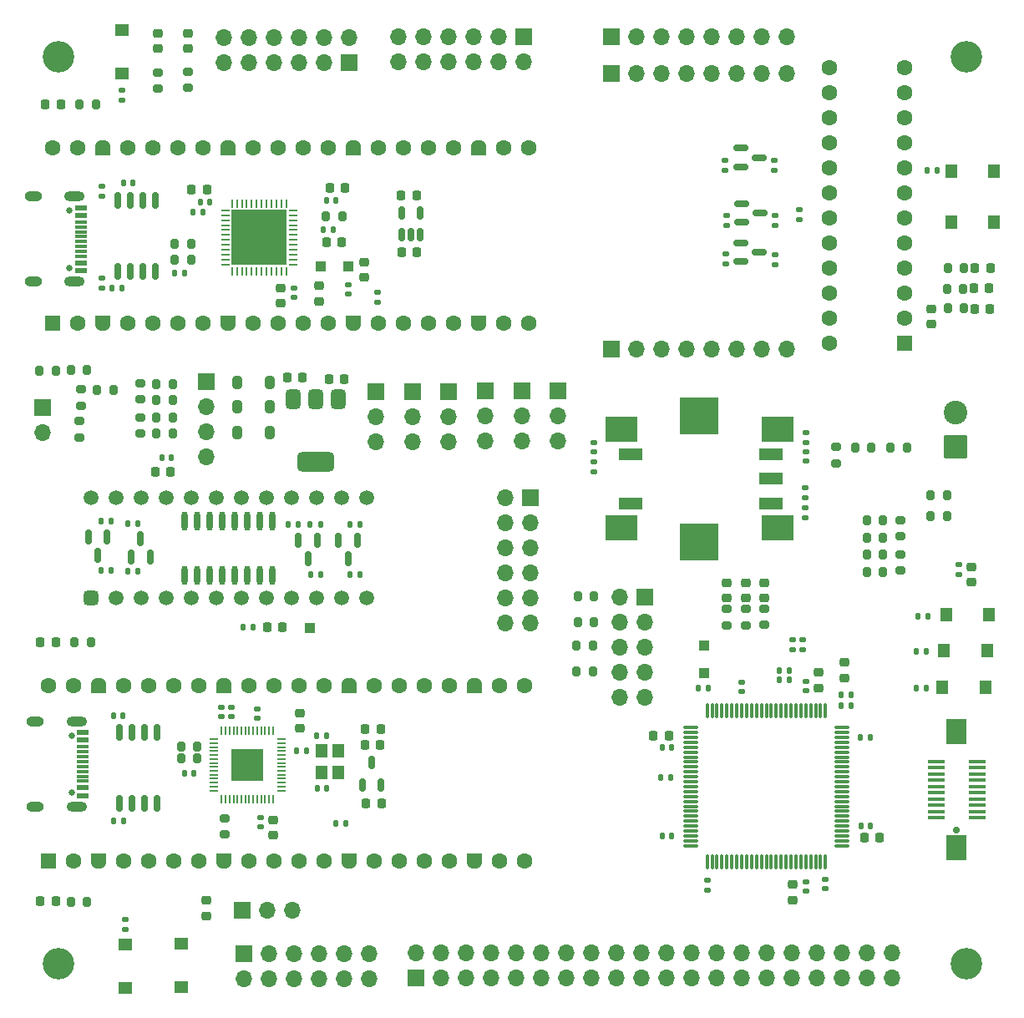
<source format=gbr>
%TF.GenerationSoftware,KiCad,Pcbnew,9.0.0*%
%TF.CreationDate,2025-06-09T15:05:36+02:00*%
%TF.ProjectId,stm32-fpga-bootloader,73746d33-322d-4667-9067-612d626f6f74,rev?*%
%TF.SameCoordinates,Original*%
%TF.FileFunction,Soldermask,Top*%
%TF.FilePolarity,Negative*%
%FSLAX46Y46*%
G04 Gerber Fmt 4.6, Leading zero omitted, Abs format (unit mm)*
G04 Created by KiCad (PCBNEW 9.0.0) date 2025-06-09 15:05:36*
%MOMM*%
%LPD*%
G01*
G04 APERTURE LIST*
G04 Aperture macros list*
%AMRoundRect*
0 Rectangle with rounded corners*
0 $1 Rounding radius*
0 $2 $3 $4 $5 $6 $7 $8 $9 X,Y pos of 4 corners*
0 Add a 4 corners polygon primitive as box body*
4,1,4,$2,$3,$4,$5,$6,$7,$8,$9,$2,$3,0*
0 Add four circle primitives for the rounded corners*
1,1,$1+$1,$2,$3*
1,1,$1+$1,$4,$5*
1,1,$1+$1,$6,$7*
1,1,$1+$1,$8,$9*
0 Add four rect primitives between the rounded corners*
20,1,$1+$1,$2,$3,$4,$5,0*
20,1,$1+$1,$4,$5,$6,$7,0*
20,1,$1+$1,$6,$7,$8,$9,0*
20,1,$1+$1,$8,$9,$2,$3,0*%
%AMFreePoly0*
4,1,37,0.603843,0.796157,0.639018,0.796157,0.711114,0.766294,0.766294,0.711114,0.796157,0.639018,0.796157,0.603843,0.800000,0.600000,0.800000,-0.600000,0.796157,-0.603843,0.796157,-0.639018,0.766294,-0.711114,0.711114,-0.766294,0.639018,-0.796157,0.603843,-0.796157,0.600000,-0.800000,0.000000,-0.800000,0.000000,-0.796148,-0.078414,-0.796148,-0.232228,-0.765552,-0.377117,-0.705537,
-0.507515,-0.618408,-0.618408,-0.507515,-0.705537,-0.377117,-0.765552,-0.232228,-0.796148,-0.078414,-0.796148,0.078414,-0.765552,0.232228,-0.705537,0.377117,-0.618408,0.507515,-0.507515,0.618408,-0.377117,0.705537,-0.232228,0.765552,-0.078414,0.796148,0.000000,0.796148,0.000000,0.800000,0.600000,0.800000,0.603843,0.796157,0.603843,0.796157,$1*%
%AMFreePoly1*
4,1,37,0.000000,0.796148,0.078414,0.796148,0.232228,0.765552,0.377117,0.705537,0.507515,0.618408,0.618408,0.507515,0.705537,0.377117,0.765552,0.232228,0.796148,0.078414,0.796148,-0.078414,0.765552,-0.232228,0.705537,-0.377117,0.618408,-0.507515,0.507515,-0.618408,0.377117,-0.705537,0.232228,-0.765552,0.078414,-0.796148,0.000000,-0.796148,0.000000,-0.800000,-0.600000,-0.800000,
-0.603843,-0.796157,-0.639018,-0.796157,-0.711114,-0.766294,-0.766294,-0.711114,-0.796157,-0.639018,-0.796157,-0.603843,-0.800000,-0.600000,-0.800000,0.600000,-0.796157,0.603843,-0.796157,0.639018,-0.766294,0.711114,-0.711114,0.766294,-0.639018,0.796157,-0.603843,0.796157,-0.600000,0.800000,0.000000,0.800000,0.000000,0.796148,0.000000,0.796148,$1*%
G04 Aperture macros list end*
%ADD10RoundRect,0.200000X0.275000X-0.200000X0.275000X0.200000X-0.275000X0.200000X-0.275000X-0.200000X0*%
%ADD11RoundRect,0.200000X-0.200000X-0.275000X0.200000X-0.275000X0.200000X0.275000X-0.200000X0.275000X0*%
%ADD12RoundRect,0.200000X0.200000X0.275000X-0.200000X0.275000X-0.200000X-0.275000X0.200000X-0.275000X0*%
%ADD13RoundRect,0.200000X-0.275000X0.200000X-0.275000X-0.200000X0.275000X-0.200000X0.275000X0.200000X0*%
%ADD14RoundRect,0.135000X-0.185000X0.135000X-0.185000X-0.135000X0.185000X-0.135000X0.185000X0.135000X0*%
%ADD15RoundRect,0.075000X-0.662500X-0.075000X0.662500X-0.075000X0.662500X0.075000X-0.662500X0.075000X0*%
%ADD16RoundRect,0.075000X-0.075000X-0.662500X0.075000X-0.662500X0.075000X0.662500X-0.075000X0.662500X0*%
%ADD17RoundRect,0.140000X0.170000X-0.140000X0.170000X0.140000X-0.170000X0.140000X-0.170000X-0.140000X0*%
%ADD18R,1.360000X1.230000*%
%ADD19RoundRect,0.135000X-0.135000X-0.185000X0.135000X-0.185000X0.135000X0.185000X-0.135000X0.185000X0*%
%ADD20RoundRect,0.250000X0.300000X-0.300000X0.300000X0.300000X-0.300000X0.300000X-0.300000X-0.300000X0*%
%ADD21R,1.230000X1.360000*%
%ADD22RoundRect,0.140000X-0.140000X-0.170000X0.140000X-0.170000X0.140000X0.170000X-0.140000X0.170000X0*%
%ADD23RoundRect,0.250001X0.949999X-0.949999X0.949999X0.949999X-0.949999X0.949999X-0.949999X-0.949999X0*%
%ADD24C,2.400000*%
%ADD25RoundRect,0.135000X0.135000X0.185000X-0.135000X0.185000X-0.135000X-0.185000X0.135000X-0.185000X0*%
%ADD26RoundRect,0.135000X0.185000X-0.135000X0.185000X0.135000X-0.185000X0.135000X-0.185000X-0.135000X0*%
%ADD27RoundRect,0.218750X-0.256250X0.218750X-0.256250X-0.218750X0.256250X-0.218750X0.256250X0.218750X0*%
%ADD28RoundRect,0.375000X0.375000X-0.375000X0.375000X0.375000X-0.375000X0.375000X-0.375000X-0.375000X0*%
%ADD29C,1.500000*%
%ADD30RoundRect,0.225000X-0.250000X0.225000X-0.250000X-0.225000X0.250000X-0.225000X0.250000X0.225000X0*%
%ADD31RoundRect,0.218750X0.218750X0.256250X-0.218750X0.256250X-0.218750X-0.256250X0.218750X-0.256250X0*%
%ADD32RoundRect,0.150000X-0.587500X-0.150000X0.587500X-0.150000X0.587500X0.150000X-0.587500X0.150000X0*%
%ADD33R,3.200000X2.500000*%
%ADD34R,4.000000X3.750000*%
%ADD35R,2.400000X1.300000*%
%ADD36RoundRect,0.140000X0.140000X0.170000X-0.140000X0.170000X-0.140000X-0.170000X0.140000X-0.170000X0*%
%ADD37RoundRect,0.225000X0.225000X0.250000X-0.225000X0.250000X-0.225000X-0.250000X0.225000X-0.250000X0*%
%ADD38RoundRect,0.140000X-0.170000X0.140000X-0.170000X-0.140000X0.170000X-0.140000X0.170000X0.140000X0*%
%ADD39RoundRect,0.200000X0.600000X-0.600000X0.600000X0.600000X-0.600000X0.600000X-0.600000X-0.600000X0*%
%ADD40C,1.600000*%
%ADD41FreePoly0,90.000000*%
%ADD42FreePoly1,90.000000*%
%ADD43RoundRect,0.150000X0.150000X-0.512500X0.150000X0.512500X-0.150000X0.512500X-0.150000X-0.512500X0*%
%ADD44RoundRect,0.218750X-0.218750X-0.256250X0.218750X-0.256250X0.218750X0.256250X-0.218750X0.256250X0*%
%ADD45RoundRect,0.244000X0.244000X0.394000X-0.244000X0.394000X-0.244000X-0.394000X0.244000X-0.394000X0*%
%ADD46RoundRect,0.250000X-0.300000X-0.300000X0.300000X-0.300000X0.300000X0.300000X-0.300000X0.300000X0*%
%ADD47RoundRect,0.225000X0.250000X-0.225000X0.250000X0.225000X-0.250000X0.225000X-0.250000X-0.225000X0*%
%ADD48R,1.700000X1.700000*%
%ADD49O,1.700000X1.700000*%
%ADD50RoundRect,0.050000X0.050000X-0.387500X0.050000X0.387500X-0.050000X0.387500X-0.050000X-0.387500X0*%
%ADD51RoundRect,0.050000X0.387500X-0.050000X0.387500X0.050000X-0.387500X0.050000X-0.387500X-0.050000X0*%
%ADD52R,3.200000X3.200000*%
%ADD53C,0.650000*%
%ADD54R,1.240000X0.600000*%
%ADD55R,1.240000X0.300000*%
%ADD56O,2.100000X1.000000*%
%ADD57O,1.800000X1.000000*%
%ADD58RoundRect,0.225000X-0.225000X-0.250000X0.225000X-0.250000X0.225000X0.250000X-0.225000X0.250000X0*%
%ADD59R,1.200000X1.400000*%
%ADD60R,1.000000X1.000000*%
%ADD61RoundRect,0.062500X-0.375000X-0.062500X0.375000X-0.062500X0.375000X0.062500X-0.375000X0.062500X0*%
%ADD62RoundRect,0.062500X-0.062500X-0.375000X0.062500X-0.375000X0.062500X0.375000X-0.062500X0.375000X0*%
%ADD63R,5.600000X5.600000*%
%ADD64C,0.700000*%
%ADD65R,1.800000X0.350000*%
%ADD66R,2.000000X2.500000*%
%ADD67C,3.200000*%
%ADD68RoundRect,0.162500X0.162500X-0.650000X0.162500X0.650000X-0.162500X0.650000X-0.162500X-0.650000X0*%
%ADD69RoundRect,0.150000X-0.150000X0.587500X-0.150000X-0.587500X0.150000X-0.587500X0.150000X0.587500X0*%
%ADD70RoundRect,0.218750X0.256250X-0.218750X0.256250X0.218750X-0.256250X0.218750X-0.256250X-0.218750X0*%
%ADD71RoundRect,0.150000X0.150000X-0.587500X0.150000X0.587500X-0.150000X0.587500X-0.150000X-0.587500X0*%
%ADD72RoundRect,0.250000X0.550000X0.550000X-0.550000X0.550000X-0.550000X-0.550000X0.550000X-0.550000X0*%
%ADD73RoundRect,0.375000X-0.375000X0.625000X-0.375000X-0.625000X0.375000X-0.625000X0.375000X0.625000X0*%
%ADD74RoundRect,0.500000X-1.400000X0.500000X-1.400000X-0.500000X1.400000X-0.500000X1.400000X0.500000X0*%
%ADD75O,0.600000X1.970000*%
G04 APERTURE END LIST*
D10*
%TO.C,R86*%
X189105000Y-91800000D03*
X189105000Y-90150000D03*
%TD*%
D11*
%TO.C,R45*%
X144680000Y-50385000D03*
X146330000Y-50385000D03*
%TD*%
D10*
%TO.C,R41*%
X127605000Y-37410000D03*
X127605000Y-35760000D03*
%TD*%
%TO.C,R40*%
X130705000Y-37360000D03*
X130705000Y-35710000D03*
%TD*%
D12*
%TO.C,R39*%
X121330000Y-38985000D03*
X119680000Y-38985000D03*
%TD*%
D11*
%TO.C,R22*%
X129330000Y-54785000D03*
X130980000Y-54785000D03*
%TD*%
%TO.C,R21*%
X129330000Y-53185000D03*
X130980000Y-53185000D03*
%TD*%
D10*
%TO.C,R15*%
X185305000Y-91810000D03*
X185305000Y-90160000D03*
%TD*%
%TO.C,R14*%
X187205000Y-91810000D03*
X187205000Y-90160000D03*
%TD*%
D13*
%TO.C,R13*%
X134405000Y-111370000D03*
X134405000Y-113020000D03*
%TD*%
D11*
%TO.C,R11*%
X207680000Y-59705000D03*
X209330000Y-59705000D03*
%TD*%
%TO.C,R8*%
X207632500Y-57705000D03*
X209282500Y-57705000D03*
%TD*%
%TO.C,R7*%
X207692500Y-55585000D03*
X209342500Y-55585000D03*
%TD*%
D12*
%TO.C,R6*%
X120817500Y-93585000D03*
X119167500Y-93585000D03*
%TD*%
%TO.C,R5*%
X120427500Y-119885000D03*
X118777500Y-119885000D03*
%TD*%
D11*
%TO.C,R2*%
X129980000Y-105285000D03*
X131630000Y-105285000D03*
%TD*%
%TO.C,R1*%
X129980000Y-104085000D03*
X131630000Y-104085000D03*
%TD*%
D14*
%TO.C,R48*%
X185205000Y-54210000D03*
X185205000Y-55230000D03*
%TD*%
D15*
%TO.C,U9*%
X181642500Y-102185000D03*
X181642500Y-102685000D03*
X181642500Y-103185000D03*
X181642500Y-103685000D03*
X181642500Y-104185000D03*
X181642500Y-104685000D03*
X181642500Y-105185000D03*
X181642500Y-105685000D03*
X181642500Y-106185000D03*
X181642500Y-106685000D03*
X181642500Y-107185000D03*
X181642500Y-107685000D03*
X181642500Y-108185000D03*
X181642500Y-108685000D03*
X181642500Y-109185000D03*
X181642500Y-109685000D03*
X181642500Y-110185000D03*
X181642500Y-110685000D03*
X181642500Y-111185000D03*
X181642500Y-111685000D03*
X181642500Y-112185000D03*
X181642500Y-112685000D03*
X181642500Y-113185000D03*
X181642500Y-113685000D03*
X181642500Y-114185000D03*
D16*
X183305000Y-115847500D03*
X183805000Y-115847500D03*
X184305000Y-115847500D03*
X184805000Y-115847500D03*
X185305000Y-115847500D03*
X185805000Y-115847500D03*
X186305000Y-115847500D03*
X186805000Y-115847500D03*
X187305000Y-115847500D03*
X187805000Y-115847500D03*
X188305000Y-115847500D03*
X188805000Y-115847500D03*
X189305000Y-115847500D03*
X189805000Y-115847500D03*
X190305000Y-115847500D03*
X190805000Y-115847500D03*
X191305000Y-115847500D03*
X191805000Y-115847500D03*
X192305000Y-115847500D03*
X192805000Y-115847500D03*
X193305000Y-115847500D03*
X193805000Y-115847500D03*
X194305000Y-115847500D03*
X194805000Y-115847500D03*
X195305000Y-115847500D03*
D15*
X196967500Y-114185000D03*
X196967500Y-113685000D03*
X196967500Y-113185000D03*
X196967500Y-112685000D03*
X196967500Y-112185000D03*
X196967500Y-111685000D03*
X196967500Y-111185000D03*
X196967500Y-110685000D03*
X196967500Y-110185000D03*
X196967500Y-109685000D03*
X196967500Y-109185000D03*
X196967500Y-108685000D03*
X196967500Y-108185000D03*
X196967500Y-107685000D03*
X196967500Y-107185000D03*
X196967500Y-106685000D03*
X196967500Y-106185000D03*
X196967500Y-105685000D03*
X196967500Y-105185000D03*
X196967500Y-104685000D03*
X196967500Y-104185000D03*
X196967500Y-103685000D03*
X196967500Y-103185000D03*
X196967500Y-102685000D03*
X196967500Y-102185000D03*
D16*
X195305000Y-100522500D03*
X194805000Y-100522500D03*
X194305000Y-100522500D03*
X193805000Y-100522500D03*
X193305000Y-100522500D03*
X192805000Y-100522500D03*
X192305000Y-100522500D03*
X191805000Y-100522500D03*
X191305000Y-100522500D03*
X190805000Y-100522500D03*
X190305000Y-100522500D03*
X189805000Y-100522500D03*
X189305000Y-100522500D03*
X188805000Y-100522500D03*
X188305000Y-100522500D03*
X187805000Y-100522500D03*
X187305000Y-100522500D03*
X186805000Y-100522500D03*
X186305000Y-100522500D03*
X185805000Y-100522500D03*
X185305000Y-100522500D03*
X184805000Y-100522500D03*
X184305000Y-100522500D03*
X183805000Y-100522500D03*
X183305000Y-100522500D03*
%TD*%
D17*
%TO.C,C46*%
X135055000Y-101065000D03*
X135055000Y-100105000D03*
%TD*%
D18*
%TO.C,SW1*%
X130005000Y-124100000D03*
X130005000Y-128470000D03*
%TD*%
D19*
%TO.C,R20*%
X129345000Y-56085000D03*
X130365000Y-56085000D03*
%TD*%
D20*
%TO.C,D10*%
X183005000Y-96685000D03*
X183005000Y-93885000D03*
%TD*%
D21*
%TO.C,SW6*%
X211890000Y-90785000D03*
X207520000Y-90785000D03*
%TD*%
D22*
%TO.C,C23*%
X144725000Y-48785000D03*
X145685000Y-48785000D03*
%TD*%
D23*
%TO.C,J6*%
X208472500Y-73735000D03*
D24*
X208472500Y-70235000D03*
%TD*%
D25*
%TO.C,R53*%
X197915000Y-99985000D03*
X196895000Y-99985000D03*
%TD*%
D10*
%TO.C,R25*%
X196405000Y-75410000D03*
X196405000Y-73760000D03*
%TD*%
D26*
%TO.C,R49*%
X190105000Y-45695000D03*
X190105000Y-44675000D03*
%TD*%
D14*
%TO.C,R55*%
X193005000Y-93275000D03*
X193005000Y-94295000D03*
%TD*%
D27*
%TO.C,D14*%
X185305000Y-87497500D03*
X185305000Y-89072500D03*
%TD*%
D28*
%TO.C,U12*%
X120835000Y-89085000D03*
D29*
X123375000Y-89085000D03*
X125915000Y-89085000D03*
X128455000Y-89085000D03*
X130995000Y-89085000D03*
X133535000Y-89085000D03*
X136075000Y-89085000D03*
X138615000Y-89085000D03*
X141155000Y-89085000D03*
X143695000Y-89085000D03*
X146235000Y-89085000D03*
X148775000Y-89085000D03*
X148775000Y-78925000D03*
X146235000Y-78925000D03*
X143695000Y-78925000D03*
X141155000Y-78925000D03*
X138615000Y-78925000D03*
X136075000Y-78925000D03*
X133535000Y-78925000D03*
X130995000Y-78925000D03*
X128455000Y-78925000D03*
X125915000Y-78925000D03*
X123375000Y-78925000D03*
X120835000Y-78925000D03*
%TD*%
D30*
%TO.C,C31*%
X144005000Y-57410000D03*
X144005000Y-58960000D03*
%TD*%
D11*
%TO.C,R27*%
X205980000Y-80765000D03*
X207630000Y-80765000D03*
%TD*%
D31*
%TO.C,D1*%
X212005000Y-55585000D03*
X210430000Y-55585000D03*
%TD*%
D12*
%TO.C,R24*%
X199930000Y-73785000D03*
X198280000Y-73785000D03*
%TD*%
D14*
%TO.C,R42*%
X121930000Y-47320000D03*
X121930000Y-48340000D03*
%TD*%
D26*
%TO.C,R52*%
X192635000Y-50695000D03*
X192635000Y-49675000D03*
%TD*%
D32*
%TO.C,Q2*%
X186835000Y-49065000D03*
X186835000Y-50965000D03*
X188710000Y-50015000D03*
%TD*%
D17*
%TO.C,C17*%
X171805000Y-74265000D03*
X171805000Y-73305000D03*
%TD*%
D14*
%TO.C,R28*%
X193305000Y-72265000D03*
X193305000Y-73285000D03*
%TD*%
D17*
%TO.C,C43*%
X195305000Y-118545000D03*
X195305000Y-117585000D03*
%TD*%
D12*
%TO.C,R83*%
X129130000Y-72385000D03*
X127480000Y-72385000D03*
%TD*%
D31*
%TO.C,D3*%
X211992500Y-59785000D03*
X210417500Y-59785000D03*
%TD*%
D11*
%TO.C,R26*%
X205980000Y-78665000D03*
X207630000Y-78665000D03*
%TD*%
D27*
%TO.C,D13*%
X187205000Y-87510000D03*
X187205000Y-89085000D03*
%TD*%
D33*
%TO.C,R32*%
X190405000Y-81985000D03*
X190405000Y-71985000D03*
D34*
X182505000Y-70610000D03*
D33*
X174605000Y-71985000D03*
X174605000Y-81985000D03*
D34*
X182505000Y-83360000D03*
D35*
X189805000Y-79485000D03*
X189805000Y-74485000D03*
X189805000Y-76985000D03*
X175505000Y-79485000D03*
X175505000Y-74485000D03*
%TD*%
D36*
%TO.C,C39*%
X179685000Y-113185000D03*
X178725000Y-113185000D03*
%TD*%
D30*
%TO.C,C18*%
X140105000Y-57660000D03*
X140105000Y-59210000D03*
%TD*%
D26*
%TO.C,R51*%
X190205000Y-55295000D03*
X190205000Y-54275000D03*
%TD*%
D25*
%TO.C,R4*%
X142715000Y-104585000D03*
X141695000Y-104585000D03*
%TD*%
D21*
%TO.C,SW4*%
X212390000Y-50985000D03*
X208020000Y-50985000D03*
%TD*%
D11*
%TO.C,R62*%
X170070000Y-96515000D03*
X171720000Y-96515000D03*
%TD*%
D37*
%TO.C,C3*%
X150205000Y-102385000D03*
X148655000Y-102385000D03*
%TD*%
D38*
%TO.C,C38*%
X183305000Y-117705000D03*
X183305000Y-118665000D03*
%TD*%
D31*
%TO.C,FB1*%
X200792500Y-113385000D03*
X199217500Y-113385000D03*
%TD*%
D10*
%TO.C,R75*%
X119805000Y-69560000D03*
X119805000Y-67910000D03*
%TD*%
D39*
%TO.C,A2*%
X116495000Y-115715000D03*
D40*
X119035000Y-115715000D03*
D41*
X121575000Y-115715000D03*
D40*
X124115000Y-115715000D03*
X126655000Y-115715000D03*
X129195000Y-115715000D03*
X131735000Y-115715000D03*
D41*
X134275000Y-115715000D03*
D40*
X136815000Y-115715000D03*
X139355000Y-115715000D03*
X141895000Y-115715000D03*
X144435000Y-115715000D03*
D41*
X146975000Y-115715000D03*
D40*
X149515000Y-115715000D03*
X152055000Y-115715000D03*
X154595000Y-115715000D03*
X157135000Y-115715000D03*
D41*
X159675000Y-115715000D03*
D40*
X162215000Y-115715000D03*
X164755000Y-115715000D03*
X164755000Y-97935000D03*
X162215000Y-97935000D03*
D42*
X159675000Y-97935000D03*
D40*
X157135000Y-97935000D03*
X154595000Y-97935000D03*
X152055000Y-97935000D03*
X149515000Y-97935000D03*
D42*
X146975000Y-97935000D03*
D40*
X144435000Y-97935000D03*
X141895000Y-97935000D03*
X139355000Y-97935000D03*
X136815000Y-97935000D03*
D42*
X134275000Y-97935000D03*
D40*
X131735000Y-97935000D03*
X129195000Y-97935000D03*
X126655000Y-97935000D03*
X124115000Y-97935000D03*
D42*
X121575000Y-97935000D03*
D40*
X119035000Y-97935000D03*
X116495000Y-97935000D03*
%TD*%
D10*
%TO.C,R30*%
X202905000Y-82790000D03*
X202905000Y-81140000D03*
%TD*%
D43*
%TO.C,U1001*%
X148355000Y-108022500D03*
X150255000Y-108022500D03*
X149305000Y-105747500D03*
%TD*%
D38*
%TO.C,C13*%
X193305000Y-74205000D03*
X193305000Y-75165000D03*
%TD*%
D19*
%TO.C,R3*%
X123095000Y-111685000D03*
X124115000Y-111685000D03*
%TD*%
D38*
%TO.C,C20*%
X141455000Y-57605000D03*
X141455000Y-58565000D03*
%TD*%
D25*
%TO.C,R65*%
X122845000Y-86285000D03*
X121825000Y-86285000D03*
%TD*%
D27*
%TO.C,D7*%
X127605000Y-31797500D03*
X127605000Y-33372500D03*
%TD*%
%TO.C,FB2*%
X194605000Y-96610000D03*
X194605000Y-98185000D03*
%TD*%
D38*
%TO.C,C15*%
X208805000Y-85685000D03*
X208805000Y-86645000D03*
%TD*%
D10*
%TO.C,R79*%
X125805000Y-72385000D03*
X125805000Y-70735000D03*
%TD*%
D38*
%TO.C,C8*%
X138005000Y-111305000D03*
X138005000Y-112265000D03*
%TD*%
D17*
%TO.C,C44*%
X137692500Y-101285000D03*
X137692500Y-100325000D03*
%TD*%
D44*
%TO.C,FB4*%
X177830000Y-102985000D03*
X179405000Y-102985000D03*
%TD*%
D45*
%TO.C,D1004*%
X138955000Y-69685000D03*
X135655000Y-69685000D03*
%TD*%
D46*
%TO.C,D8*%
X144105000Y-55485000D03*
X146905000Y-55485000D03*
%TD*%
D47*
%TO.C,C32*%
X206005000Y-61285000D03*
X206005000Y-59735000D03*
%TD*%
D39*
%TO.C,A1*%
X116925000Y-61165000D03*
D40*
X119465000Y-61165000D03*
D41*
X122005000Y-61165000D03*
D40*
X124545000Y-61165000D03*
X127085000Y-61165000D03*
X129625000Y-61165000D03*
X132165000Y-61165000D03*
D41*
X134705000Y-61165000D03*
D40*
X137245000Y-61165000D03*
X139785000Y-61165000D03*
X142325000Y-61165000D03*
X144865000Y-61165000D03*
D41*
X147405000Y-61165000D03*
D40*
X149945000Y-61165000D03*
X152485000Y-61165000D03*
X155025000Y-61165000D03*
X157565000Y-61165000D03*
D41*
X160105000Y-61165000D03*
D40*
X162645000Y-61165000D03*
X165185000Y-61165000D03*
X165185000Y-43385000D03*
X162645000Y-43385000D03*
D42*
X160105000Y-43385000D03*
D40*
X157565000Y-43385000D03*
X155025000Y-43385000D03*
X152485000Y-43385000D03*
X149945000Y-43385000D03*
D42*
X147405000Y-43385000D03*
D40*
X144865000Y-43385000D03*
X142325000Y-43385000D03*
X139785000Y-43385000D03*
X137245000Y-43385000D03*
D42*
X134705000Y-43385000D03*
D40*
X132165000Y-43385000D03*
X129625000Y-43385000D03*
X127085000Y-43385000D03*
X124545000Y-43385000D03*
D42*
X122005000Y-43385000D03*
D40*
X119465000Y-43385000D03*
X116925000Y-43385000D03*
%TD*%
D25*
%TO.C,R71*%
X148145000Y-86685000D03*
X147125000Y-86685000D03*
%TD*%
D48*
%TO.C,J12*%
X136345000Y-125145000D03*
D49*
X136345000Y-127685000D03*
X138885000Y-125145000D03*
X138885000Y-127685000D03*
X141425000Y-125145000D03*
X141425000Y-127685000D03*
X143965000Y-125145000D03*
X143965000Y-127685000D03*
X146505000Y-125145000D03*
X146505000Y-127685000D03*
X149045000Y-125145000D03*
X149045000Y-127685000D03*
%TD*%
D37*
%TO.C,C49*%
X128880000Y-76285000D03*
X127330000Y-76285000D03*
%TD*%
D36*
%TO.C,C5*%
X144765000Y-108385000D03*
X143805000Y-108385000D03*
%TD*%
D25*
%TO.C,R63*%
X137305000Y-91985000D03*
X136285000Y-91985000D03*
%TD*%
D14*
%TO.C,R46*%
X185105000Y-44665000D03*
X185105000Y-45685000D03*
%TD*%
D38*
%TO.C,C40*%
X193305000Y-117825000D03*
X193305000Y-118785000D03*
%TD*%
D11*
%TO.C,R60*%
X170180000Y-91485000D03*
X171830000Y-91485000D03*
%TD*%
D50*
%TO.C,U10*%
X134092500Y-109422500D03*
X134492500Y-109422500D03*
X134892500Y-109422500D03*
X135292500Y-109422500D03*
X135692500Y-109422500D03*
X136092500Y-109422500D03*
X136492500Y-109422500D03*
X136892500Y-109422500D03*
X137292500Y-109422500D03*
X137692500Y-109422500D03*
X138092500Y-109422500D03*
X138492500Y-109422500D03*
X138892500Y-109422500D03*
X139292500Y-109422500D03*
D51*
X140130000Y-108585000D03*
X140130000Y-108185000D03*
X140130000Y-107785000D03*
X140130000Y-107385000D03*
X140130000Y-106985000D03*
X140130000Y-106585000D03*
X140130000Y-106185000D03*
X140130000Y-105785000D03*
X140130000Y-105385000D03*
X140130000Y-104985000D03*
X140130000Y-104585000D03*
X140130000Y-104185000D03*
X140130000Y-103785000D03*
X140130000Y-103385000D03*
D50*
X139292500Y-102547500D03*
X138892500Y-102547500D03*
X138492500Y-102547500D03*
X138092500Y-102547500D03*
X137692500Y-102547500D03*
X137292500Y-102547500D03*
X136892500Y-102547500D03*
X136492500Y-102547500D03*
X136092500Y-102547500D03*
X135692500Y-102547500D03*
X135292500Y-102547500D03*
X134892500Y-102547500D03*
X134492500Y-102547500D03*
X134092500Y-102547500D03*
D51*
X133255000Y-103385000D03*
X133255000Y-103785000D03*
X133255000Y-104185000D03*
X133255000Y-104585000D03*
X133255000Y-104985000D03*
X133255000Y-105385000D03*
X133255000Y-105785000D03*
X133255000Y-106185000D03*
X133255000Y-106585000D03*
X133255000Y-106985000D03*
X133255000Y-107385000D03*
X133255000Y-107785000D03*
X133255000Y-108185000D03*
X133255000Y-108585000D03*
D52*
X136692500Y-105985000D03*
%TD*%
D53*
%TO.C,J1*%
X118862500Y-102995000D03*
X118862500Y-108775000D03*
D54*
X119982500Y-102685000D03*
X119982500Y-103485000D03*
D55*
X119982500Y-104635000D03*
X119982500Y-105635000D03*
X119982500Y-106135000D03*
X119982500Y-107135000D03*
D54*
X119982500Y-108285000D03*
X119982500Y-109085000D03*
X119982500Y-109085000D03*
X119982500Y-108285000D03*
D55*
X119982500Y-107635000D03*
X119982500Y-106635000D03*
X119982500Y-105135000D03*
X119982500Y-104135000D03*
D54*
X119982500Y-103485000D03*
X119982500Y-102685000D03*
D56*
X119382500Y-101565000D03*
D57*
X115182500Y-101565000D03*
D56*
X119382500Y-110205000D03*
D57*
X115182500Y-110205000D03*
%TD*%
D53*
%TO.C,J8*%
X118675000Y-49795000D03*
X118675000Y-55575000D03*
D54*
X119795000Y-49485000D03*
X119795000Y-50285000D03*
D55*
X119795000Y-51435000D03*
X119795000Y-52435000D03*
X119795000Y-52935000D03*
X119795000Y-53935000D03*
D54*
X119795000Y-55085000D03*
X119795000Y-55885000D03*
X119795000Y-55885000D03*
X119795000Y-55085000D03*
D55*
X119795000Y-54435000D03*
X119795000Y-53435000D03*
X119795000Y-51935000D03*
X119795000Y-50935000D03*
D54*
X119795000Y-50285000D03*
X119795000Y-49485000D03*
D56*
X119195000Y-48365000D03*
D57*
X114995000Y-48365000D03*
D56*
X119195000Y-57005000D03*
D57*
X114995000Y-57005000D03*
%TD*%
D11*
%TO.C,R76*%
X121480000Y-67935000D03*
X123130000Y-67935000D03*
%TD*%
D37*
%TO.C,C1*%
X150180000Y-103985000D03*
X148630000Y-103985000D03*
%TD*%
D48*
%TO.C,JP3*%
X157105000Y-68105000D03*
D49*
X157105000Y-70645000D03*
X157105000Y-73185000D03*
%TD*%
D30*
%TO.C,C7*%
X139305000Y-111585000D03*
X139305000Y-113135000D03*
%TD*%
D19*
%TO.C,R57*%
X190595000Y-96385000D03*
X191615000Y-96385000D03*
%TD*%
D58*
%TO.C,C22*%
X145030000Y-47485000D03*
X146580000Y-47485000D03*
%TD*%
D32*
%TO.C,Q1*%
X186705000Y-43460000D03*
X186705000Y-45360000D03*
X188580000Y-44410000D03*
%TD*%
D59*
%TO.C,Y1*%
X145905000Y-106785000D03*
X145905000Y-104585000D03*
X144205000Y-104585000D03*
X144205000Y-106785000D03*
%TD*%
D12*
%TO.C,R23*%
X203530000Y-73785000D03*
X201880000Y-73785000D03*
%TD*%
D11*
%TO.C,R36*%
X199505000Y-86440000D03*
X201155000Y-86440000D03*
%TD*%
D19*
%TO.C,R18*%
X204495000Y-98185000D03*
X205515000Y-98185000D03*
%TD*%
D22*
%TO.C,C6*%
X143725000Y-102985000D03*
X144685000Y-102985000D03*
%TD*%
D21*
%TO.C,SW7*%
X211690000Y-94385000D03*
X207320000Y-94385000D03*
%TD*%
D25*
%TO.C,R64*%
X122845000Y-81285000D03*
X121825000Y-81285000D03*
%TD*%
D26*
%TO.C,R29*%
X193205000Y-80895000D03*
X193205000Y-79875000D03*
%TD*%
D37*
%TO.C,C4*%
X150280000Y-109885000D03*
X148730000Y-109885000D03*
%TD*%
D45*
%TO.C,D1005*%
X138955000Y-72285000D03*
X135655000Y-72285000D03*
%TD*%
D60*
%TO.C,TP1*%
X143005000Y-92085000D03*
%TD*%
D48*
%TO.C,J1003*%
X136165000Y-120685000D03*
D49*
X138705000Y-120685000D03*
X141245000Y-120685000D03*
%TD*%
D30*
%TO.C,C25*%
X148505000Y-55010000D03*
X148505000Y-56560000D03*
%TD*%
D48*
%TO.C,JP2*%
X153405000Y-68105000D03*
D49*
X153405000Y-70645000D03*
X153405000Y-73185000D03*
%TD*%
D26*
%TO.C,R9*%
X124005000Y-38585000D03*
X124005000Y-37565000D03*
%TD*%
D58*
%TO.C,C26*%
X152305000Y-53985000D03*
X153855000Y-53985000D03*
%TD*%
D44*
%TO.C,D4*%
X115705000Y-119785000D03*
X117280000Y-119785000D03*
%TD*%
D61*
%TO.C,U5*%
X134452500Y-49757500D03*
X134452500Y-50257500D03*
X134452500Y-50757500D03*
X134452500Y-51257500D03*
X134452500Y-51757500D03*
X134452500Y-52257500D03*
X134452500Y-52757500D03*
X134452500Y-53257500D03*
X134452500Y-53757500D03*
X134452500Y-54257500D03*
X134452500Y-54757500D03*
X134452500Y-55257500D03*
D62*
X135140000Y-55945000D03*
X135640000Y-55945000D03*
X136140000Y-55945000D03*
X136640000Y-55945000D03*
X137140000Y-55945000D03*
X137640000Y-55945000D03*
X138140000Y-55945000D03*
X138640000Y-55945000D03*
X139140000Y-55945000D03*
X139640000Y-55945000D03*
X140140000Y-55945000D03*
X140640000Y-55945000D03*
D61*
X141327500Y-55257500D03*
X141327500Y-54757500D03*
X141327500Y-54257500D03*
X141327500Y-53757500D03*
X141327500Y-53257500D03*
X141327500Y-52757500D03*
X141327500Y-52257500D03*
X141327500Y-51757500D03*
X141327500Y-51257500D03*
X141327500Y-50757500D03*
X141327500Y-50257500D03*
X141327500Y-49757500D03*
D62*
X140640000Y-49070000D03*
X140140000Y-49070000D03*
X139640000Y-49070000D03*
X139140000Y-49070000D03*
X138640000Y-49070000D03*
X138140000Y-49070000D03*
X137640000Y-49070000D03*
X137140000Y-49070000D03*
X136640000Y-49070000D03*
X136140000Y-49070000D03*
X135640000Y-49070000D03*
X135140000Y-49070000D03*
D63*
X137890000Y-52507500D03*
%TD*%
D48*
%TO.C,J13*%
X153805000Y-127602500D03*
D49*
X153805000Y-125062500D03*
X156345000Y-127602500D03*
X156345000Y-125062500D03*
X158885000Y-127602500D03*
X158885000Y-125062500D03*
X161425000Y-127602500D03*
X161425000Y-125062500D03*
X163965000Y-127602500D03*
X163965000Y-125062500D03*
X166505000Y-127602500D03*
X166505000Y-125062500D03*
X169045000Y-127602500D03*
X169045000Y-125062500D03*
X171585000Y-127602500D03*
X171585000Y-125062500D03*
X174125000Y-127602500D03*
X174125000Y-125062500D03*
X176665000Y-127602500D03*
X176665000Y-125062500D03*
X179205000Y-127602500D03*
X179205000Y-125062500D03*
X181745000Y-127602500D03*
X181745000Y-125062500D03*
X184285000Y-127602500D03*
X184285000Y-125062500D03*
X186825000Y-127602500D03*
X186825000Y-125062500D03*
X189365000Y-127602500D03*
X189365000Y-125062500D03*
X191905000Y-127602500D03*
X191905000Y-125062500D03*
X194445000Y-127602500D03*
X194445000Y-125062500D03*
X196985000Y-127602500D03*
X196985000Y-125062500D03*
X199525000Y-127602500D03*
X199525000Y-125062500D03*
X202065000Y-127602500D03*
X202065000Y-125062500D03*
%TD*%
D19*
%TO.C,R43*%
X122950000Y-57632500D03*
X123970000Y-57632500D03*
%TD*%
D64*
%TO.C,J7*%
X208605000Y-112594992D03*
D65*
X210705001Y-105627500D03*
X206505002Y-105627500D03*
X210705001Y-106262500D03*
X206505002Y-106262500D03*
X210705001Y-106897500D03*
X206505002Y-106897500D03*
X210705001Y-107532500D03*
X206505002Y-107532500D03*
X210705001Y-108167500D03*
X206505002Y-108167500D03*
X210705001Y-108802500D03*
X206505002Y-108802500D03*
X210705001Y-109437500D03*
X206505002Y-109437500D03*
X210705001Y-110072500D03*
X206505002Y-110072500D03*
X210705001Y-110707500D03*
X206505002Y-110707500D03*
X210705001Y-111342500D03*
X206505002Y-111342500D03*
D66*
X208605000Y-102575008D03*
X208605000Y-114394992D03*
%TD*%
D13*
%TO.C,R77*%
X119705000Y-71135000D03*
X119705000Y-72785000D03*
%TD*%
D36*
%TO.C,C21*%
X132885000Y-48885000D03*
X131925000Y-48885000D03*
%TD*%
D48*
%TO.C,JP6*%
X164505000Y-68085000D03*
D49*
X164505000Y-70625000D03*
X164505000Y-73165000D03*
%TD*%
D67*
%TO.C,H4*%
X117572500Y-126155000D03*
%TD*%
D58*
%TO.C,C30*%
X152300000Y-48257500D03*
X153850000Y-48257500D03*
%TD*%
D11*
%TO.C,R33*%
X199505000Y-81140000D03*
X201155000Y-81140000D03*
%TD*%
D27*
%TO.C,D6*%
X130705000Y-31797500D03*
X130705000Y-33372500D03*
%TD*%
D44*
%TO.C,D5*%
X116217500Y-38985000D03*
X117792500Y-38985000D03*
%TD*%
D10*
%TO.C,R31*%
X202905000Y-86290000D03*
X202905000Y-84640000D03*
%TD*%
D32*
%TO.C,Q3*%
X186730000Y-53035000D03*
X186730000Y-54935000D03*
X188605000Y-53985000D03*
%TD*%
D12*
%TO.C,R80*%
X129130000Y-68985000D03*
X127480000Y-68985000D03*
%TD*%
D21*
%TO.C,SW3*%
X212390000Y-45785000D03*
X208020000Y-45785000D03*
%TD*%
D12*
%TO.C,R82*%
X129130000Y-70785000D03*
X127480000Y-70785000D03*
%TD*%
D48*
%TO.C,J10*%
X173605000Y-35885000D03*
D49*
X176145000Y-35885000D03*
X178685000Y-35885000D03*
X181225000Y-35885000D03*
X183765000Y-35885000D03*
X186305000Y-35885000D03*
X188845000Y-35885000D03*
X191385000Y-35885000D03*
%TD*%
D68*
%TO.C,U2*%
X123687500Y-109872500D03*
X124957500Y-109872500D03*
X126227500Y-109872500D03*
X127497500Y-109872500D03*
X127497500Y-102697500D03*
X126227500Y-102697500D03*
X124957500Y-102697500D03*
X123687500Y-102697500D03*
%TD*%
D25*
%TO.C,R69*%
X125605000Y-81547500D03*
X124585000Y-81547500D03*
%TD*%
D31*
%TO.C,D2*%
X211892500Y-57685000D03*
X210317500Y-57685000D03*
%TD*%
D48*
%TO.C,JP4*%
X160805000Y-68060000D03*
D49*
X160805000Y-70600000D03*
X160805000Y-73140000D03*
%TD*%
D25*
%TO.C,R67*%
X144095000Y-81585000D03*
X143075000Y-81585000D03*
%TD*%
D37*
%TO.C,C47*%
X140280000Y-91985000D03*
X138730000Y-91985000D03*
%TD*%
D21*
%TO.C,SW8*%
X211490000Y-98085000D03*
X207120000Y-98085000D03*
%TD*%
D36*
%TO.C,C48*%
X129005000Y-74835000D03*
X128045000Y-74835000D03*
%TD*%
D22*
%TO.C,C35*%
X198845000Y-103185000D03*
X199805000Y-103185000D03*
%TD*%
D27*
%TO.C,D15*%
X189105000Y-87510000D03*
X189105000Y-89085000D03*
%TD*%
D19*
%TO.C,R17*%
X204505000Y-94485000D03*
X205525000Y-94485000D03*
%TD*%
%TO.C,R68*%
X124575000Y-86347500D03*
X125595000Y-86347500D03*
%TD*%
D69*
%TO.C,Q7*%
X147845000Y-83185000D03*
X145945000Y-83185000D03*
X146895000Y-85060000D03*
%TD*%
D67*
%TO.C,H2*%
X117572500Y-34155000D03*
%TD*%
D48*
%TO.C,J1001*%
X132530000Y-67085000D03*
D49*
X132530000Y-69625000D03*
X132530000Y-72165000D03*
X132530000Y-74705000D03*
%TD*%
D69*
%TO.C,Q5*%
X143785000Y-83210000D03*
X141885000Y-83210000D03*
X142835000Y-85085000D03*
%TD*%
D44*
%TO.C,D11*%
X115717500Y-93585000D03*
X117292500Y-93585000D03*
%TD*%
D36*
%TO.C,C24*%
X125085000Y-46985000D03*
X124125000Y-46985000D03*
%TD*%
D13*
%TO.C,R78*%
X125805000Y-67285000D03*
X125805000Y-68935000D03*
%TD*%
D48*
%TO.C,J5*%
X147030000Y-34810000D03*
D49*
X147030000Y-32270000D03*
X144490000Y-34810000D03*
X144490000Y-32270000D03*
X141950000Y-34810000D03*
X141950000Y-32270000D03*
X139410000Y-34810000D03*
X139410000Y-32270000D03*
X136870000Y-34810000D03*
X136870000Y-32270000D03*
X134330000Y-34810000D03*
X134330000Y-32270000D03*
%TD*%
D58*
%TO.C,C51*%
X140755000Y-66735000D03*
X142305000Y-66735000D03*
%TD*%
D69*
%TO.C,Q4*%
X122485000Y-82847500D03*
X120585000Y-82847500D03*
X121535000Y-84722500D03*
%TD*%
D11*
%TO.C,R35*%
X199505000Y-84640000D03*
X201155000Y-84640000D03*
%TD*%
D19*
%TO.C,R16*%
X204695000Y-90885000D03*
X205715000Y-90885000D03*
%TD*%
D14*
%TO.C,R47*%
X185305000Y-50255000D03*
X185305000Y-51275000D03*
%TD*%
D70*
%TO.C,FB3*%
X192005000Y-119672500D03*
X192005000Y-118097500D03*
%TD*%
D71*
%TO.C,Q6*%
X124935000Y-84885000D03*
X126835000Y-84885000D03*
X125885000Y-83010000D03*
%TD*%
D72*
%TO.C,U8*%
X203340000Y-63255000D03*
D40*
X203340000Y-60715000D03*
X203340000Y-58175000D03*
X203340000Y-55635000D03*
X203340000Y-53095000D03*
X203340000Y-50555000D03*
X203340000Y-48015000D03*
X203340000Y-45475000D03*
X203340000Y-42935000D03*
X203340000Y-40395000D03*
X203340000Y-37855000D03*
X203340000Y-35315000D03*
X195720000Y-35315000D03*
X195720000Y-37855000D03*
X195720000Y-40395000D03*
X195720000Y-42935000D03*
X195720000Y-45475000D03*
X195720000Y-48015000D03*
X195720000Y-50555000D03*
X195720000Y-53095000D03*
X195720000Y-55635000D03*
X195720000Y-58175000D03*
X195720000Y-60715000D03*
X195720000Y-63255000D03*
%TD*%
D43*
%TO.C,U7*%
X152335000Y-52262500D03*
X153285000Y-52262500D03*
X154235000Y-52262500D03*
X154235000Y-49987500D03*
X152335000Y-49987500D03*
%TD*%
D48*
%TO.C,JP5*%
X168205000Y-68085000D03*
D49*
X168205000Y-70625000D03*
X168205000Y-73165000D03*
%TD*%
D17*
%TO.C,C14*%
X193205000Y-78865000D03*
X193205000Y-77905000D03*
%TD*%
D48*
%TO.C,JP1*%
X149705000Y-68105000D03*
D49*
X149705000Y-70645000D03*
X149705000Y-73185000D03*
%TD*%
D17*
%TO.C,C34*%
X193305000Y-98465000D03*
X193305000Y-97505000D03*
%TD*%
D36*
%TO.C,C2*%
X124105000Y-100985000D03*
X123145000Y-100985000D03*
%TD*%
D73*
%TO.C,U1*%
X145905000Y-68935000D03*
X143605000Y-68935000D03*
D74*
X143605000Y-75235000D03*
D73*
X141305000Y-68935000D03*
%TD*%
D38*
%TO.C,C27*%
X146905000Y-57305000D03*
X146905000Y-58265000D03*
%TD*%
D22*
%TO.C,C28*%
X144425000Y-51685000D03*
X145385000Y-51685000D03*
%TD*%
D68*
%TO.C,U6*%
X123550000Y-55922500D03*
X124820000Y-55922500D03*
X126090000Y-55922500D03*
X127360000Y-55922500D03*
X127360000Y-48747500D03*
X126090000Y-48747500D03*
X124820000Y-48747500D03*
X123550000Y-48747500D03*
%TD*%
D48*
%TO.C,J11*%
X173605000Y-63825000D03*
D49*
X176145000Y-63825000D03*
X178685000Y-63825000D03*
X181225000Y-63825000D03*
X183765000Y-63825000D03*
X186305000Y-63825000D03*
X188845000Y-63825000D03*
X191385000Y-63825000D03*
%TD*%
D36*
%TO.C,C9*%
X131285000Y-106825000D03*
X130325000Y-106825000D03*
%TD*%
%TO.C,C42*%
X179585000Y-107285000D03*
X178625000Y-107285000D03*
%TD*%
D26*
%TO.C,R37*%
X171805000Y-76295000D03*
X171805000Y-75275000D03*
%TD*%
D48*
%TO.C,J9*%
X165405000Y-78865000D03*
D49*
X162865000Y-78865000D03*
X165405000Y-81405000D03*
X162865000Y-81405000D03*
X165405000Y-83945000D03*
X162865000Y-83945000D03*
X165405000Y-86485000D03*
X162865000Y-86485000D03*
X165405000Y-89025000D03*
X162865000Y-89025000D03*
X165405000Y-91565000D03*
X162865000Y-91565000D03*
%TD*%
D25*
%TO.C,R70*%
X148115000Y-81585000D03*
X147095000Y-81585000D03*
%TD*%
D37*
%TO.C,C19*%
X132580000Y-47685000D03*
X131030000Y-47685000D03*
%TD*%
D25*
%TO.C,R72*%
X141815000Y-81585000D03*
X140795000Y-81585000D03*
%TD*%
D67*
%TO.C,H3*%
X209572500Y-126155000D03*
%TD*%
D48*
%TO.C,J15*%
X115930000Y-69785000D03*
D49*
X115930000Y-72325000D03*
%TD*%
D19*
%TO.C,R56*%
X190595000Y-97385000D03*
X191615000Y-97385000D03*
%TD*%
D22*
%TO.C,C33*%
X198925000Y-112185000D03*
X199885000Y-112185000D03*
%TD*%
D12*
%TO.C,R81*%
X129130000Y-67385000D03*
X127480000Y-67385000D03*
%TD*%
D11*
%TO.C,R74*%
X118780000Y-65935000D03*
X120430000Y-65935000D03*
%TD*%
D14*
%TO.C,R54*%
X192005000Y-93275000D03*
X192005000Y-94295000D03*
%TD*%
D67*
%TO.C,H1*%
X209572500Y-34155000D03*
%TD*%
D19*
%TO.C,R19*%
X205595000Y-45685000D03*
X206615000Y-45685000D03*
%TD*%
D11*
%TO.C,R73*%
X115605000Y-65985000D03*
X117255000Y-65985000D03*
%TD*%
D70*
%TO.C,D12*%
X132505000Y-121272500D03*
X132505000Y-119697500D03*
%TD*%
D48*
%TO.C,J3*%
X164725000Y-32145000D03*
D49*
X164725000Y-34685000D03*
X162185000Y-32145000D03*
X162185000Y-34685000D03*
X159645000Y-32145000D03*
X159645000Y-34685000D03*
X157105000Y-32145000D03*
X157105000Y-34685000D03*
X154565000Y-32145000D03*
X154565000Y-34685000D03*
X152025000Y-32145000D03*
X152025000Y-34685000D03*
%TD*%
D26*
%TO.C,R10*%
X149905000Y-59105000D03*
X149905000Y-58085000D03*
%TD*%
%TO.C,R50*%
X190205000Y-51285000D03*
X190205000Y-50265000D03*
%TD*%
D11*
%TO.C,R59*%
X170180000Y-88915000D03*
X171830000Y-88915000D03*
%TD*%
D75*
%TO.C,U11*%
X130355000Y-86777500D03*
X131635000Y-86777500D03*
X132895000Y-86777500D03*
X134165000Y-86777500D03*
X135445000Y-86777500D03*
X136715000Y-86777500D03*
X137975000Y-86777500D03*
X139255000Y-86777500D03*
X139255000Y-81297500D03*
X137975000Y-81297500D03*
X136715000Y-81297500D03*
X135445000Y-81297500D03*
X134165000Y-81297500D03*
X132895000Y-81297500D03*
X131635000Y-81297500D03*
X130355000Y-81297500D03*
%TD*%
D17*
%TO.C,C36*%
X186805000Y-98565000D03*
X186805000Y-97605000D03*
%TD*%
D48*
%TO.C,J1002*%
X176995000Y-88935000D03*
D49*
X174455000Y-88935000D03*
X176995000Y-91475000D03*
X174455000Y-91475000D03*
X176995000Y-94015000D03*
X174455000Y-94015000D03*
X176995000Y-96555000D03*
X174455000Y-96555000D03*
X176995000Y-99095000D03*
X174455000Y-99095000D03*
%TD*%
D18*
%TO.C,SW2*%
X124005000Y-31500000D03*
X124005000Y-35870000D03*
%TD*%
D25*
%TO.C,R58*%
X197925000Y-98885000D03*
X196905000Y-98885000D03*
%TD*%
D48*
%TO.C,J1004*%
X173575000Y-32185000D03*
D49*
X176115000Y-32185000D03*
X178655000Y-32185000D03*
X181195000Y-32185000D03*
X183735000Y-32185000D03*
X186275000Y-32185000D03*
X188815000Y-32185000D03*
X191355000Y-32185000D03*
%TD*%
D27*
%TO.C,D9*%
X197205000Y-95597500D03*
X197205000Y-97172500D03*
%TD*%
D22*
%TO.C,C37*%
X182425000Y-98185000D03*
X183385000Y-98185000D03*
%TD*%
D26*
%TO.C,R44*%
X121960000Y-57642500D03*
X121960000Y-56622500D03*
%TD*%
D25*
%TO.C,R66*%
X144115000Y-86685000D03*
X143095000Y-86685000D03*
%TD*%
D30*
%TO.C,C16*%
X210105000Y-85890000D03*
X210105000Y-87440000D03*
%TD*%
D11*
%TO.C,R61*%
X170070000Y-93915000D03*
X171720000Y-93915000D03*
%TD*%
D45*
%TO.C,D1003*%
X138955000Y-67185000D03*
X135655000Y-67185000D03*
%TD*%
D18*
%TO.C,SW5*%
X124305000Y-128570000D03*
X124305000Y-124200000D03*
%TD*%
D11*
%TO.C,R34*%
X199505000Y-82940000D03*
X201155000Y-82940000D03*
%TD*%
D17*
%TO.C,C45*%
X134055000Y-101065000D03*
X134055000Y-100105000D03*
%TD*%
D58*
%TO.C,C50*%
X144955000Y-66835000D03*
X146505000Y-66835000D03*
%TD*%
D36*
%TO.C,C41*%
X179685000Y-104185000D03*
X178725000Y-104185000D03*
%TD*%
D47*
%TO.C,C10*%
X142005000Y-102285000D03*
X142005000Y-100735000D03*
%TD*%
D26*
%TO.C,R12*%
X124305000Y-122695000D03*
X124305000Y-121675000D03*
%TD*%
D19*
%TO.C,R38*%
X131145000Y-49935000D03*
X132165000Y-49935000D03*
%TD*%
D58*
%TO.C,C29*%
X144705000Y-52985000D03*
X146255000Y-52985000D03*
%TD*%
D25*
%TO.C,R87*%
X146705000Y-111885000D03*
X145685000Y-111885000D03*
%TD*%
M02*

</source>
